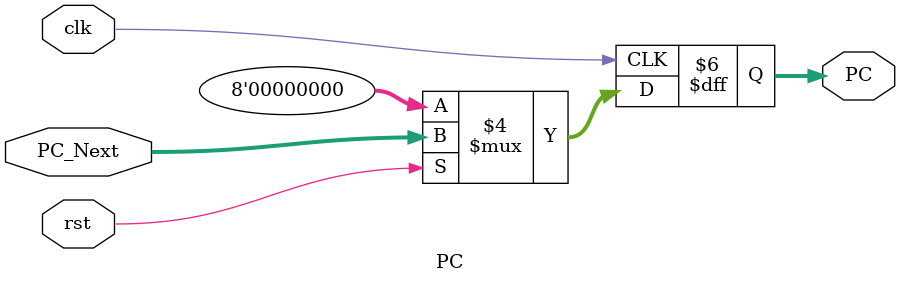
<source format=v>
module PC(clk,rst,PC,PC_Next);
    input clk,rst;
    input [7:0]PC_Next;
    output [7:0]PC;
    reg [7:0]PC;

    always @(posedge clk)
    begin
        if(~rst)
            PC <= {32{1'b0}};
        else
            PC <= PC_Next;
    end
endmodule
</source>
